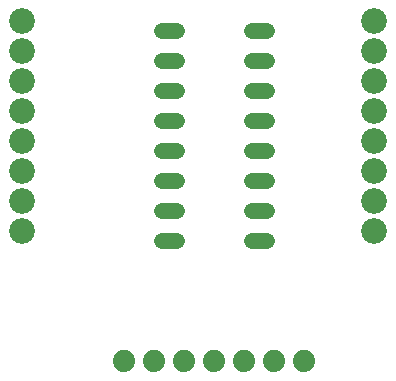
<source format=gbr>
G04 EAGLE Gerber X2 export*
%TF.Part,Single*%
%TF.FileFunction,Copper,L1,Top,Mixed*%
%TF.FilePolarity,Positive*%
%TF.GenerationSoftware,Autodesk,EAGLE,8.6.0*%
%TF.CreationDate,2018-02-28T16:01:23Z*%
G75*
%MOMM*%
%FSLAX34Y34*%
%LPD*%
%AMOC8*
5,1,8,0,0,1.08239X$1,22.5*%
G01*
%ADD10C,1.320800*%
%ADD11C,1.879600*%
%ADD12C,2.184400*%


D10*
X133096Y317500D02*
X146304Y317500D01*
X146304Y292100D02*
X133096Y292100D01*
X133096Y165100D02*
X146304Y165100D01*
X146304Y139700D02*
X133096Y139700D01*
X133096Y266700D02*
X146304Y266700D01*
X146304Y241300D02*
X133096Y241300D01*
X133096Y190500D02*
X146304Y190500D01*
X146304Y215900D02*
X133096Y215900D01*
X209296Y139700D02*
X222504Y139700D01*
X222504Y165100D02*
X209296Y165100D01*
X209296Y190500D02*
X222504Y190500D01*
X222504Y215900D02*
X209296Y215900D01*
X209296Y241300D02*
X222504Y241300D01*
X222504Y266700D02*
X209296Y266700D01*
X209296Y292100D02*
X222504Y292100D01*
X222504Y317500D02*
X209296Y317500D01*
D11*
X101600Y38100D03*
X127000Y38100D03*
X152400Y38100D03*
X177800Y38100D03*
X203200Y38100D03*
X228600Y38100D03*
X254000Y38100D03*
D12*
X312750Y147650D03*
X312750Y173050D03*
X312750Y198450D03*
X312750Y223850D03*
X312750Y249250D03*
X312750Y274650D03*
X312750Y300050D03*
X312750Y325450D03*
X15250Y325450D03*
X15250Y300050D03*
X15250Y274650D03*
X15250Y249250D03*
X15250Y223850D03*
X15250Y198450D03*
X15250Y173050D03*
X15250Y147650D03*
M02*

</source>
